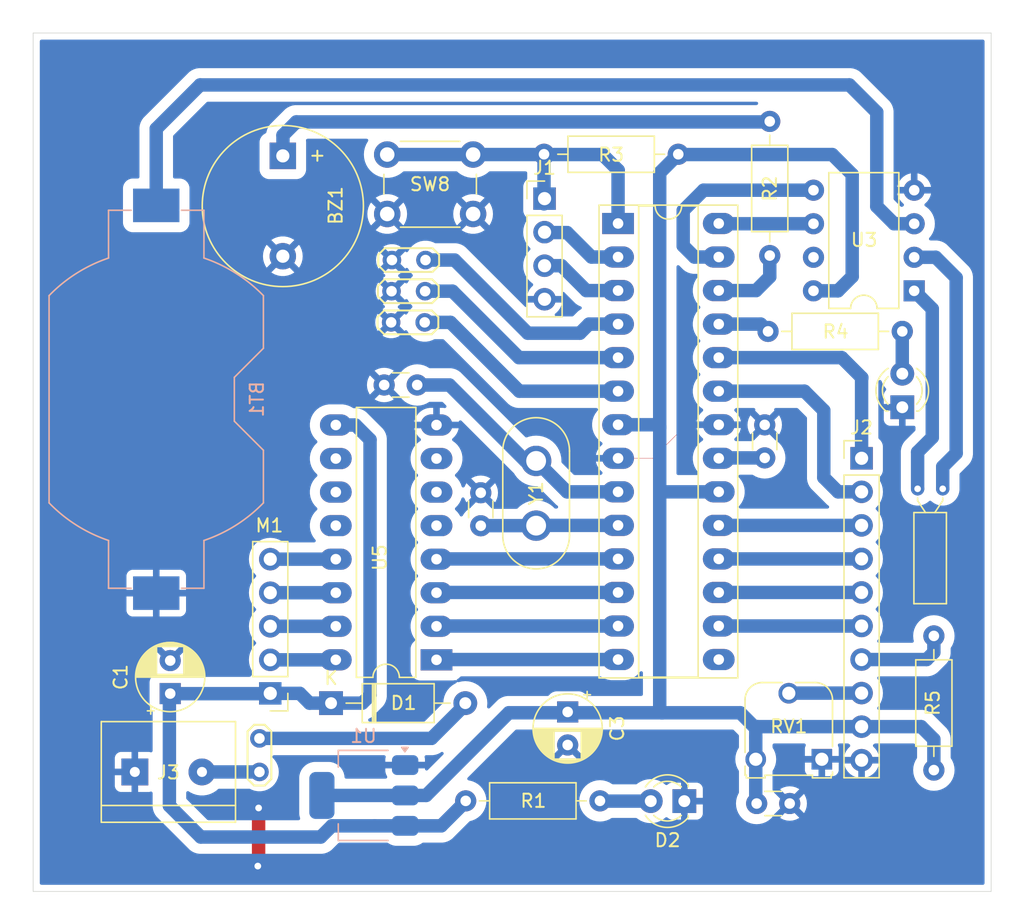
<source format=kicad_pcb>
(kicad_pcb (version 20240108) (generator "pcbnew") (generator_version "8.0")
  (layers (0 "F.Cu" signal) (31 "B.Cu" signal) (34 "B.Paste" user) (35 "F.Paste" user) (36 "B.SilkS" user "B.Silkscreen") (37 "F.SilkS" user "F.Silkscreen") (38 "B.Mask" user) (39 "F.Mask" user) (44 "Edge.Cuts" user))
  (net 0 "")
  (net 1 "Net-(BT1-+)")
  (net 2 "GND")
  (net 3 "Net-(BZ1-+)")
  (net 4 "+12V")
  (net 5 "Net-(U2-AREF)")
  (net 6 "+5V")
  (net 7 "Net-(U2-XTAL1{slash}PB6)")
  (net 8 "Net-(U2-XTAL2{slash}PB7)")
  (net 9 "Net-(U3-X1)")
  (net 10 "Net-(U3-X2)")
  (net 11 "Net-(D1-A)")
  (net 12 "Net-(D2-A)")
  (net 13 "Net-(D3-A)")
  (net 14 "/D4")
  (net 15 "/E")
  (net 16 "/RS")
  (net 17 "/D7")
  (net 18 "/D6")
  (net 19 "/D5")
  (net 20 "/Rx")
  (net 21 "/Tx")
  (net 22 "/Reset")
  (net 23 "Net-(J3-Pin_2)")
  (net 24 "Net-(M1--)")
  (net 25 "Net-(U5-O4)")
  (net 26 "Net-(U5-O1)")
  (net 27 "Net-(U5-O3)")
  (net 28 "/Buzzer")
  (net 29 "/Indicator")
  (net 30 "/button1")
  (net 31 "/button2")
  (net 32 "/button3")
  (net 33 "/IN3")
  (net 34 "/SDA")
  (net 35 "/Backlight")
  (net 36 "/IN4")
  (net 37 "/IN1")
  (net 38 "/SCL")
  (net 39 "/IN2")
  (net 47 "Net-(J2-Pin_8)")
  (net 48 "Net-(J2-Pin_7)")
  (footprint "Connector_PinHeader_2.54mm:PinHeader_1x05_P2.54mm_Vertical" (layer "F.Cu") (at 130.443292 117.502 180)
    (property "Reference" "M1" (at 0.07 12.71 180) (layer "F.SilkS"))
    (property "Value" "Stepper_Motor")
    (pad "1" thru_hole rect (at 0 0 180) (size 1.7 1.7) (drill 1) (layers "*.Cu" "*.Mask") (net 4 "+12V"))
    (pad "2" thru_hole oval (at 0 2.54 180) (size 1.7 1.7) (drill 1) (layers "*.Cu" "*.Mask") (net 26 "Net-(U5-O1)"))
    (pad "3" thru_hole oval (at 0 5.08 180) (size 1.7 1.7) (drill 1) (layers "*.Cu" "*.Mask") (net 24 "Net-(M1--)"))
    (pad "4" thru_hole oval (at 0 7.62 180) (size 1.7 1.7) (drill 1) (layers "*.Cu" "*.Mask") (net 27 "Net-(U5-O3)"))
    (pad "5" thru_hole oval (at 0 10.16 180) (size 1.7 1.7) (drill 1) (layers "*.Cu" "*.Mask") (net 25 "Net-(U5-O4)"))
  )
  (footprint "Resistor_THT:R_Axial_DIN0207_L6.3mm_D2.5mm_P10.16mm_Horizontal" (layer "F.Cu") (at 151.16 76.68)
    (property "Reference" "R3" (at 5.08 0.04 0) (layer "F.SilkS"))
    (property "Value" "10k")
    (pad "1" thru_hole circle (at 0 0) (size 1.6 1.6) (drill 0.8) (layers "*.Cu" "*.Mask") (net 22 "/Reset"))
    (pad "2" thru_hole oval (at 10.16 0) (size 1.6 1.6) (drill 0.8) (layers "*.Cu" "*.Mask") (net 6 "+5V"))
  )
  (footprint "LED_THT:LED_D3.0mm" (layer "F.Cu") (at 161.778292 125.662 180)
    (property "Reference" "D2" (at 1.27 -2.96 180) (layer "F.SilkS"))
    (property "Value" "Power")
    (pad "1" thru_hole rect (at 0 0 180) (size 1.8 1.8) (drill 0.9) (layers "*.Cu" "*.Mask") (net 2 "GND"))
    (pad "2" thru_hole circle (at 2.54 0 180) (size 1.8 1.8) (drill 0.9) (layers "*.Cu" "*.Mask") (net 12 "Net-(D2-A)"))
  )
  (footprint "LED_THT:LED_D3.0mm" (layer "F.Cu") (at 178.273292 95.837 90)
    (property "Reference" "D3" (hide yes))
    (property "Value" "Ind.")
    (pad "1" thru_hole rect (at 0 0 90) (size 1.8 1.8) (drill 0.9) (layers "*.Cu" "*.Mask") (net 2 "GND"))
    (pad "2" thru_hole circle (at 2.54 0 90) (size 1.8 1.8) (drill 0.9) (layers "*.Cu" "*.Mask") (net 13 "Net-(D3-A)"))
  )
  (footprint "Resistor_THT:R_Axial_DIN0207_L6.3mm_D2.5mm_P10.16mm_Horizontal" (layer "F.Cu") (at 180.663292 113.152 -90)
    (property "Reference" "R5" (at 5.08 0.08 90) (layer "F.SilkS"))
    (property "Value" "220")
    (pad "1" thru_hole circle (at 0 0 270) (size 1.6 1.6) (drill 0.8) (layers "*.Cu" "*.Mask") (net 48 "Net-(J2-Pin_7)"))
    (pad "2" thru_hole oval (at 10.16 0 270) (size 1.6 1.6) (drill 0.8) (layers "*.Cu" "*.Mask") (net 6 "+5V"))
  )
  (footprint "Capacitor_THT:C_Disc_D3.0mm_W1.6mm_P2.50mm" (layer "F.Cu") (at 141.563292 94.152 180)
    (property "Reference" "C4" (hide yes))
    (property "Value" "22pF")
    (pad "1" thru_hole circle (at 0 0 180) (size 1.6 1.6) (drill 0.8) (layers "*.Cu" "*.Mask") (net 7 "Net-(U2-XTAL1{slash}PB6)"))
    (pad "2" thru_hole circle (at 2.5 0 180) (size 1.6 1.6) (drill 0.8) (layers "*.Cu" "*.Mask") (net 2 "GND"))
  )
  (footprint "Package_DIP:DIP-28_W7.62mm_Socket_LongPads" (layer "F.Cu") (at 156.763292 81.922)
    (property "Reference" "U2" (hide yes))
    (property "Value" "ATmega328P-P")
    (pad "1" thru_hole rect (at 0 0) (size 2.4 1.6) (drill 0.8) (layers "*.Cu" "*.Mask") (net 22 "/Reset"))
    (pad "2" thru_hole oval (at 0 2.54) (size 2.4 1.6) (drill 0.8) (layers "*.Cu" "*.Mask") (net 20 "/Rx"))
    (pad "3" thru_hole oval (at 0 5.08) (size 2.4 1.6) (drill 0.8) (layers "*.Cu" "*.Mask") (net 21 "/Tx"))
    (pad "4" thru_hole oval (at 0 7.62) (size 2.4 1.6) (drill 0.8) (layers "*.Cu" "*.Mask") (net 30 "/button1"))
    (pad "5" thru_hole oval (at 0 10.16) (size 2.4 1.6) (drill 0.8) (layers "*.Cu" "*.Mask") (net 31 "/button2"))
    (pad "6" thru_hole oval (at 0 12.7) (size 2.4 1.6) (drill 0.8) (layers "*.Cu" "*.Mask") (net 32 "/button3"))
    (pad "7" thru_hole oval (at 0 15.24) (size 2.4 1.6) (drill 0.8) (layers "*.Cu" "*.Mask") (net 6 "+5V"))
    (pad "8" thru_hole oval (at 0 17.78) (size 2.4 1.6) (drill 0.8) (layers "*.Cu" "*.Mask") (net 2 "GND"))
    (pad "9" thru_hole oval (at 0 20.32) (size 2.4 1.6) (drill 0.8) (layers "*.Cu" "*.Mask") (net 7 "Net-(U2-XTAL1{slash}PB6)"))
    (pad "10" thru_hole oval (at 0 22.86) (size 2.4 1.6) (drill 0.8) (layers "*.Cu" "*.Mask") (net 8 "Net-(U2-XTAL2{slash}PB7)"))
    (pad "11" thru_hole oval (at 0 25.4) (size 2.4 1.6) (drill 0.8) (layers "*.Cu" "*.Mask") (net 36 "/IN4"))
    (pad "12" thru_hole oval (at 0 27.94) (size 2.4 1.6) (drill 0.8) (layers "*.Cu" "*.Mask") (net 33 "/IN3"))
    (pad "13" thru_hole oval (at 0 30.48) (size 2.4 1.6) (drill 0.8) (layers "*.Cu" "*.Mask") (net 39 "/IN2"))
    (pad "14" thru_hole oval (at 0 33.02) (size 2.4 1.6) (drill 0.8) (layers "*.Cu" "*.Mask") (net 37 "/IN1"))
    (pad "15" thru_hole oval (at 7.62 33.02) (size 2.4 1.6) (drill 0.8) (layers "*.Cu" "*.Mask") (net 35 "/Backlight"))
    (pad "16" thru_hole oval (at 7.62 30.48) (size 2.4 1.6) (drill 0.8) (layers "*.Cu" "*.Mask") (net 17 "/D7"))
    (pad "17" thru_hole oval (at 7.62 27.94) (size 2.4 1.6) (drill 0.8) (layers "*.Cu" "*.Mask") (net 18 "/D6"))
    (pad "18" thru_hole oval (at 7.62 25.4) (size 2.4 1.6) (drill 0.8) (layers "*.Cu" "*.Mask") (net 19 "/D5"))
    (pad "19" thru_hole oval (at 7.62 22.86) (size 2.4 1.6) (drill 0.8) (layers "*.Cu" "*.Mask") (net 14 "/D4"))
    (pad "20" thru_hole oval (at 7.62 20.32) (size 2.4 1.6) (drill 0.8) (layers "*.Cu" "*.Mask") (net 6 "+5V"))
    (pad "21" thru_hole oval (at 7.62 17.78) (size 2.4 1.6) (drill 0.8) (layers "*.Cu" "*.Mask") (net 5 "Net-(U2-AREF)"))
    (pad "22" thru_hole oval (at 7.62 15.24) (size 2.4 1.6) (drill 0.8) (layers "*.Cu" "*.Mask") (net 2 "GND"))
    (pad "23" thru_hole oval (at 7.62 12.7) (size 2.4 1.6) (drill 0.8) (layers "*.Cu" "*.Mask") (net 15 "/E"))
    (pad "24" thru_hole oval (at 7.62 10.16) (size 2.4 1.6) (drill 0.8) (layers "*.Cu" "*.Mask") (net 16 "/RS"))
    (pad "25" thru_hole oval (at 7.62 7.62) (size 2.4 1.6) (drill 0.8) (layers "*.Cu" "*.Mask") (net 29 "/Indicator"))
    (pad "26" thru_hole oval (at 7.62 5.08) (size 2.4 1.6) (drill 0.8) (layers "*.Cu" "*.Mask") (net 28 "/Buzzer"))
    (pad "27" thru_hole oval (at 7.62 2.54) (size 2.4 1.6) (drill 0.8) (layers "*.Cu" "*.Mask") (net 34 "/SDA"))
    (pad "28" thru_hole oval (at 7.62 0) (size 2.4 1.6) (drill 0.8) (layers "*.Cu" "*.Mask") (net 38 "/SCL"))
  )
  (footprint "Crystal:Crystal_HC50_Vertical" (layer "F.Cu") (at 150.563292 104.802 90)
    (property "Reference" "Y1" (at 2.45 0 -90) (layer "F.SilkS"))
    (property "Value" "16MHz")
    (pad "1" thru_hole circle (at 0 0 90) (size 2.3 2.3) (drill 1.5) (layers "*.Cu" "*.Mask") (net 8 "Net-(U2-XTAL2{slash}PB7)"))
    (pad "2" thru_hole circle (at 4.9 0 90) (size 2.3 2.3) (drill 1.5) (layers "*.Cu" "*.Mask") (net 7 "Net-(U2-XTAL1{slash}PB6)"))
  )
  (footprint "Resistor_THT:R_Axial_DIN0207_L6.3mm_D2.5mm_P10.16mm_Horizontal" (layer "F.Cu") (at 168.243292 84.352 90)
    (property "Reference" "R2" (at 5.07 0.01 -90) (layer "F.SilkS"))
    (property "Value" "100")
    (pad "1" thru_hole circle (at 0 0 90) (size 1.6 1.6) (drill 0.8) (layers "*.Cu" "*.Mask") (net 28 "/Buzzer"))
    (pad "2" thru_hole oval (at 10.16 0 90) (size 1.6 1.6) (drill 0.8) (layers "*.Cu" "*.Mask") (net 3 "Net-(BZ1-+)"))
  )
  (footprint "Capacitor_THT:C_Disc_D3.0mm_W1.6mm_P2.50mm" (layer "F.Cu") (at 167.253292 125.842)
    (property "Reference" "C6" (hide yes))
    (property "Value" "100nF")
    (pad "1" thru_hole circle (at 0 0) (size 1.6 1.6) (drill 0.8) (layers "*.Cu" "*.Mask") (net 6 "+5V"))
    (pad "2" thru_hole circle (at 2.5 0) (size 1.6 1.6) (drill 0.8) (layers "*.Cu" "*.Mask") (net 2 "GND"))
  )
  (footprint "TestPoint:TestPoint_2Pads_Pitch2.54mm_Drill0.8mm" (layer "F.Cu") (at 139.62 87.05)
    (property "Reference" "SW6" (hide yes))
    (property "Value" "SW_Push" (hide yes))
    (pad "1" thru_hole circle (at 0 0) (size 1.4 1.4) (drill 0.8) (layers "*.Cu" "*.Mask") (net 2 "GND"))
    (pad "2" thru_hole circle (at 2.54 0) (size 1.4 1.4) (drill 0.8) (layers "*.Cu" "*.Mask") (net 31 "/button2"))
  )
  (footprint "Connector_PinHeader_2.54mm:PinHeader_1x10_P2.54mm_Vertical" (layer "F.Cu") (at 175.193292 99.702)
    (property "Reference" "J2" (at 0 -2.33 0) (layer "F.SilkS"))
    (property "Value" "Display")
    (pad "1" thru_hole rect (at 0 0) (size 1.7 1.7) (drill 1) (layers "*.Cu" "*.Mask") (net 16 "/RS"))
    (pad "2" thru_hole oval (at 0 2.54) (size 1.7 1.7) (drill 1) (layers "*.Cu" "*.Mask") (net 15 "/E"))
    (pad "3" thru_hole oval (at 0 5.08) (size 1.7 1.7) (drill 1) (layers "*.Cu" "*.Mask") (net 14 "/D4"))
    (pad "4" thru_hole oval (at 0 7.62) (size 1.7 1.7) (drill 1) (layers "*.Cu" "*.Mask") (net 19 "/D5"))
    (pad "5" thru_hole oval (at 0 10.16) (size 1.7 1.7) (drill 1) (layers "*.Cu" "*.Mask") (net 18 "/D6"))
    (pad "6" thru_hole oval (at 0 12.7) (size 1.7 1.7) (drill 1) (layers "*.Cu" "*.Mask") (net 17 "/D7"))
    (pad "7" thru_hole oval (at 0 15.24) (size 1.7 1.7) (drill 1) (layers "*.Cu" "*.Mask") (net 48 "Net-(J2-Pin_7)"))
    (pad "8" thru_hole oval (at 0 17.78) (size 1.7 1.7) (drill 1) (layers "*.Cu" "*.Mask") (net 47 "Net-(J2-Pin_8)"))
    (pad "9" thru_hole oval (at 0 20.32) (size 1.7 1.7) (drill 1) (layers "*.Cu" "*.Mask") (net 6 "+5V"))
    (pad "10" thru_hole oval (at 0 22.86) (size 1.7 1.7) (drill 1) (layers "*.Cu" "*.Mask") (net 2 "GND"))
  )
  (footprint "Potentiometer_THT:Potentiometer_Runtron_RM-065_Vertical" (layer "F.Cu") (at 172.183292 122.492 180)
    (property "Reference" "RV1" (at 2.5 2.49 180) (layer "F.SilkS"))
    (property "Value" "1k")
    (pad "1" thru_hole rect (at 0 0 180) (size 1.56 1.56) (drill 1) (layers "*.Cu" "*.Mask") (net 2 "GND"))
    (pad "2" thru_hole circle (at 2.5 5 180) (size 1.56 1.56) (drill 1) (layers "*.Cu" "*.Mask") (net 47 "Net-(J2-Pin_8)"))
    (pad "3" thru_hole circle (at 5 0 180) (size 1.56 1.56) (drill 1) (layers "*.Cu" "*.Mask") (net 6 "+5V"))
  )
  (footprint "TestPoint:TestPoint_2Pads_Pitch2.54mm_Drill0.8mm" (layer "F.Cu") (at 129.623292 123.452 90)
    (property "Reference" "SW1" (hide yes))
    (property "Value" "Switch" (hide yes))
    (pad "1" thru_hole circle (at 0 0 90) (size 1.4 1.4) (drill 0.8) (layers "*.Cu" "*.Mask") (net 23 "Net-(J3-Pin_2)"))
    (pad "2" thru_hole circle (at 2.54 0 90) (size 1.4 1.4) (drill 0.8) (layers "*.Cu" "*.Mask") (net 11 "Net-(D1-A)"))
  )
  (footprint "Buzzer_Beeper:Buzzer_12x9.5RM7.6" (layer "F.Cu") (at 131.393292 76.802 -90)
    (property "Reference" "BZ1" (at 3.76 -4 90) (layer "F.SilkS"))
    (property "Value" "Buzzer")
    (fp_text user "+" (at -0.01 -2.54 90) (layer "F.SilkS"))
    (pad "1" thru_hole rect (at 0 0 270) (size 2 2) (drill 1) (layers "*.Cu" "*.Mask") (net 3 "Net-(BZ1-+)"))
    (pad "2" thru_hole circle (at 7.6 0 270) (size 2 2) (drill 1) (layers "*.Cu" "*.Mask") (net 2 "GND"))
  )
  (footprint "Capacitor_THT:CP_Radial_D5.0mm_P2.50mm" (layer "F.Cu") (at 152.95 118.91 -90)
    (property "Reference" "C3" (at 1.25 -3.75 90) (layer "F.SilkS"))
    (property "Value" "100uF")
    (pad "1" thru_hole rect (at 0 0 270) (size 1.6 1.6) (drill 0.8) (layers "*.Cu" "*.Mask") (net 6 "+5V"))
    (pad "2" thru_hole circle (at 2.5 0 270) (size 1.6 1.6) (drill 0.8) (layers "*.Cu" "*.Mask") (net 2 "GND"))
  )
  (footprint "TestPoint:TestPoint_2Pads_Pitch2.54mm_Drill0.8mm" (layer "F.Cu") (at 139.59 89.41)
    (property "Reference" "SW7" (hide yes))
    (property "Value" "SW_Push" (hide yes))
    (pad "1" thru_hole circle (at 0 0) (size 1.4 1.4) (drill 0.8) (layers "*.Cu" "*.Mask") (net 2 "GND"))
    (pad "2" thru_hole circle (at 2.54 0) (size 1.4 1.4) (drill 0.8) (layers "*.Cu" "*.Mask") (net 32 "/button3"))
  )
  (footprint "Button_Switch_THT:SW_PUSH_6mm" (layer "F.Cu") (at 139.293292 76.702)
    (property "Reference" "SW8" (at 3.24 2.25 0) (layer "F.SilkS"))
    (property "Value" "Reset")
    (pad "1" thru_hole circle (at 0 0 90) (size 2 2) (drill 1.1) (layers "*.Cu" "*.Mask") (net 22 "/Reset"))
    (pad "1" thru_hole circle (at 6.5 0 90) (size 2 2) (drill 1.1) (layers "*.Cu" "*.Mask") (net 22 "/Reset"))
    (pad "2" thru_hole circle (at 0 4.5 90) (size 2 2) (drill 1.1) (layers "*.Cu" "*.Mask") (net 2 "GND"))
    (pad "2" thru_hole circle (at 6.5 4.5 90) (size 2 2) (drill 1.1) (layers "*.Cu" "*.Mask") (net 2 "GND"))
  )
  (footprint "Package_DIP:DIP-16_W7.62mm_LongPads" (layer "F.Cu") (at 143.023292 114.962 180)
    (property "Reference" "U5" (at 4.29 7.74 -90) (layer "F.SilkS"))
    (property "Value" "ULN2003")
    (pad "1" thru_hole rect (at 0 0 180) (size 2.4 1.6) (drill 0.8) (layers "*.Cu" "*.Mask") (net 37 "/IN1"))
    (pad "2" thru_hole oval (at 0 2.54 180) (size 2.4 1.6) (drill 0.8) (layers "*.Cu" "*.Mask") (net 39 "/IN2"))
    (pad "3" thru_hole oval (at 0 5.08 180) (size 2.4 1.6) (drill 0.8) (layers "*.Cu" "*.Mask") (net 33 "/IN3"))
    (pad "4" thru_hole oval (at 0 7.62 180) (size 2.4 1.6) (drill 0.8) (layers "*.Cu" "*.Mask") (net 36 "/IN4"))
    (pad "5" thru_hole oval (at 0 10.16 180) (size 2.4 1.6) (drill 0.8) (layers "*.Cu" "*.Mask"))
    (pad "6" thru_hole oval (at 0 12.7 180) (size 2.4 1.6) (drill 0.8) (layers "*.Cu" "*.Mask"))
    (pad "7" thru_hole oval (at 0 15.24 180) (size 2.4 1.6) (drill 0.8) (layers "*.Cu" "*.Mask"))
    (pad "8" thru_hole oval (at 0 17.78 180) (size 2.4 1.6) (drill 0.8) (layers "*.Cu" "*.Mask") (net 2 "GND"))
    (pad "9" thru_hole oval (at 7.62 17.78 180) (size 2.4 1.6) (drill 0.8) (layers "*.Cu" "*.Mask") (net 4 "+12V"))
    (pad "10" thru_hole oval (at 7.62 15.24 180) (size 2.4 1.6) (drill 0.8) (layers "*.Cu" "*.Mask"))
    (pad "11" thru_hole oval (at 7.62 12.7 180) (size 2.4 1.6) (drill 0.8) (layers "*.Cu" "*.Mask"))
    (pad "12" thru_hole oval (at 7.62 10.16 180) (size 2.4 1.6) (drill 0.8) (layers "*.Cu" "*.Mask"))
    (pad "13" thru_hole oval (at 7.62 7.62 180) (size 2.4 1.6) (drill 0.8) (layers "*.Cu" "*.Mask") (net 25 "Net-(U5-O4)"))
    (pad "14" thru_hole oval (at 7.62 5.08 180) (size 2.4 1.6) (drill 0.8) (layers "*.Cu" "*.Mask") (net 27 "Net-(U5-O3)"))
    (pad "15" thru_hole oval (at 7.62 2.54 180) (size 2.4 1.6) (drill 0.8) (layers "*.Cu" "*.Mask") (net 24 "Net-(M1--)"))
    (pad "16" thru_hole oval (at 7.62 0 180) (size 2.4 1.6) (drill 0.8) (layers "*.Cu" "*.Mask") (net 26 "Net-(U5-O1)"))
  )
  (footprint "Package_DIP:DIP-8_W7.62mm" (layer "F.Cu") (at 179.173292 87.022 180)
    (property "Reference" "U3" (at 3.79 3.85 180) (layer "F.SilkS"))
    (property "Value" "DS1307+")
    (pad "1" thru_hole rect (at 0 0 180) (size 1.6 1.6) (drill 0.8) (layers "*.Cu" "*.Mask") (net 9 "Net-(U3-X1)"))
    (pad "2" thru_hole oval (at 0 2.54 180) (size 1.6 1.6) (drill 0.8) (layers "*.Cu" "*.Mask") (net 10 "Net-(U3-X2)"))
    (pad "3" thru_hole oval (at 0 5.08 180) (size 1.6 1.6) (drill 0.8) (layers "*.Cu" "*.Mask") (net 1 "Net-(BT1-+)"))
    (pad "4" thru_hole oval (at 0 7.62 180) (size 1.6 1.6) (drill 0.8) (layers "*.Cu" "*.Mask") (net 2 "GND"))
    (pad "5" thru_hole oval (at 7.62 7.62 180) (size 1.6 1.6) (drill 0.8) (layers "*.Cu" "*.Mask") (net 34 "/SDA"))
    (pad "6" thru_hole oval (at 7.62 5.08 180) (size 1.6 1.6) (drill 0.8) (layers "*.Cu" "*.Mask") (net 38 "/SCL"))
    (pad "7" thru_hole oval (at 7.62 2.54 180) (size 1.6 1.6) (drill 0.8) (layers "*.Cu" "*.Mask"))
    (pad "8" thru_hole oval (at 7.62 0 180) (size 1.6 1.6) (drill 0.8) (layers "*.Cu" "*.Mask") (net 6 "+5V"))
  )
  (footprint "Crystal:Crystal_C26-LF_D2.1mm_L6.5mm_Horizontal" (layer "F.Cu") (at 179.433292 102.012)
    (property "Reference" "Y2" (hide yes))
    (property "Value" "32.768kHz")
    (pad "1" thru_hole circle (at 0 0) (size 1 1) (drill 0.5) (layers "*.Cu" "*.Mask") (net 9 "Net-(U3-X1)"))
    (pad "2" thru_hole circle (at 1.9 0) (size 1 1) (drill 0.5) (layers "*.Cu" "*.Mask") (net 10 "Net-(U3-X2)"))
  )
  (footprint "Connector_PinHeader_2.54mm:PinHeader_1x04_P2.54mm_Vertical" (layer "F.Cu") (at 151.2 80.04)
    (property "Reference" "J1" (at 0 -2.33 0) (layer "F.SilkS"))
    (property "Value" "Program")
    (pad "1" thru_hole rect (at 0 0) (size 1.7 1.7) (drill 1) (layers "*.Cu" "*.Mask") (net 22 "/Reset"))
    (pad "2" thru_hole oval (at 0 2.54) (size 1.7 1.7) (drill 1) (layers "*.Cu" "*.Mask") (net 20 "/Rx"))
    (pad "3" thru_hole oval (at 0 5.08) (size 1.7 1.7) (drill 1) (layers "*.Cu" "*.Mask") (net 21 "/Tx"))
    (pad "4" thru_hole oval (at 0 7.62) (size 1.7 1.7) (drill 1) (layers "*.Cu" "*.Mask") (net 2 "GND"))
  )
  (footprint "Diode_THT:D_A-405_P10.16mm_Horizontal" (layer "F.Cu") (at 135.043292 118.242)
    (property "Reference" "D1" (at 5.49 -0.01 0) (layer "F.SilkS"))
    (property "Value" "1N4001")
    (fp_text user "K" (at 0 -1.9 0) (layer "F.SilkS"))
    (pad "1" thru_hole rect (at 0 0) (size 1.8 1.8) (drill 0.9) (layers "*.Cu" "*.Mask") (net 4 "+12V"))
    (pad "2" thru_hole oval (at 10.16 0) (size 1.8 1.8) (drill 0.9) (layers "*.Cu" "*.Mask") (net 11 "Net-(D1-A)"))
  )
  (footprint "Resistor_THT:R_Axial_DIN0207_L6.3mm_D2.5mm_P10.16mm_Horizontal" (layer "F.Cu") (at 168.113292 90.092)
    (property "Reference" "R4" (at 5.11 0.02 0) (layer "F.SilkS"))
    (property "Value" "220")
    (pad "1" thru_hole circle (at 0 0) (size 1.6 1.6) (drill 0.8) (layers "*.Cu" "*.Mask") (net 29 "/Indicator"))
    (pad "2" thru_hole oval (at 10.16 0) (size 1.6 1.6) (drill 0.8) (layers "*.Cu" "*.Mask") (net 13 "Net-(D3-A)"))
  )
  (footprint "TerminalBlock:TerminalBlock_bornier-2_P5.08mm" (layer "F.Cu") (at 120.193292 123.452)
    (property "Reference" "J3" (at 2.54 0.04 0) (layer "F.SilkS"))
    (property "Value" "Power")
    (pad "1" thru_hole rect (at 0 0) (size 2.032 2.032) (drill 0.762) (layers "*.Cu" "*.Mask") (net 2 "GND"))
    (pad "2" thru_hole circle (at 5.08 0) (size 2.032 2.032) (drill 0.762) (layers "*.Cu" "*.Mask") (net 23 "Net-(J3-Pin_2)"))
  )
  (footprint "TestPoint:TestPoint_2Pads_Pitch2.54mm_Drill0.8mm" (layer "F.Cu") (at 139.65 84.69)
    (property "Reference" "SW5" (hide yes))
    (property "Value" "SW_Push" (hide yes))
    (pad "1" thru_hole circle (at 0 0) (size 1.4 1.4) (drill 0.8) (layers "*.Cu" "*.Mask") (net 2 "GND"))
    (pad "2" thru_hole circle (at 2.54 0) (size 1.4 1.4) (drill 0.8) (layers "*.Cu" "*.Mask") (net 30 "/button1"))
  )
  (footprint "Resistor_THT:R_Axial_DIN0207_L6.3mm_D2.5mm_P10.16mm_Horizontal" (layer "F.Cu") (at 145.233292 125.642)
    (property "Reference" "R1" (at 5.12 0 0) (layer "F.SilkS"))
    (property "Value" "1k")
    (pad "1" thru_hole circle (at 0 0) (size 1.6 1.6) (drill 0.8) (layers "*.Cu" "*.Mask") (net 4 "+12V"))
    (pad "2" thru_hole oval (at 10.16 0) (size 1.6 1.6) (drill 0.8) (layers "*.Cu" "*.Mask") (net 12 "Net-(D2-A)"))
  )
  (footprint "Capacitor_THT:C_Disc_D3.0mm_W1.6mm_P2.50mm" (layer "F.Cu") (at 146.373292 102.312 -90)
    (property "Reference" "C5" (hide yes))
    (property "Value" "22pF")
    (pad "1" thru_hole circle (at 0 0 270) (size 1.6 1.6) (drill 0.8) (layers "*.Cu" "*.Mask") (net 2 "GND"))
    (pad "2" thru_hole circle (at 2.5 0 270) (size 1.6 1.6) (drill 0.8) (layers "*.Cu" "*.Mask") (net 8 "Net-(U2-XTAL2{slash}PB7)"))
  )
  (footprint "Capacitor_THT:C_Disc_D3.0mm_W1.6mm_P2.50mm" (layer "F.Cu") (at 167.863292 99.672 90)
    (property "Reference" "C2" (hide yes))
    (property "Value" "100nF")
    (pad "1" thru_hole circle (at 0 0 90) (size 1.6 1.6) (drill 0.8) (layers "*.Cu" "*.Mask") (net 5 "Net-(U2-AREF)"))
    (pad "2" thru_hole circle (at 2.5 0 90) (size 1.6 1.6) (drill 0.8) (layers "*.Cu" "*.Mask") (net 2 "GND"))
  )
  (footprint "Capacitor_THT:CP_Radial_D5.0mm_P2.50mm" (layer "F.Cu") (at 122.87 117.52 90)
    (property "Reference" "C1" (at 1.25 -3.75 -90) (layer "F.SilkS"))
    (property "Value" "100uF")
    (pad "1" thru_hole rect (at 0 0 90) (size 1.6 1.6) (drill 0.8) (layers "*.Cu" "*.Mask") (net 4 "+12V"))
    (pad "2" thru_hole circle (at 2.5 0 90) (size 1.6 1.6) (drill 0.8) (layers "*.Cu" "*.Mask") (net 2 "GND"))
  )
  (footprint "Battery:BatteryHolder_Keystone_1058_1x2032" (layer "B.Cu") (at 121.813292 95.232 -90)
    (property "Reference" "BT1" (at 0 -7.62 90) (layer "B.SilkS") (effects (justify mirror)))
    (property "Value" "Battery_Cell")
    (pad "1" smd rect (at -14.68 0 270) (size 2.54 3.51) (layers "B.Cu" "B.Paste" "B.Mask") (net 1 "Net-(BT1-+)"))
    (pad "2" smd rect (at 14.68 0 270) (size 2.54 3.51) (layers "B.Cu" "B.Paste" "B.Mask") (net 2 "GND"))
  )
  (footprint "Package_TO_SOT_SMD:SOT-223-3_TabPin2" (layer "B.Cu") (at 137.5 125.232 180)
    (property "Reference" "U1" (at 0 4.5 180) (layer "B.SilkS") (effects (justify mirror)))
    (property "Value" "AMS1117-5.0")
    (pad "1" smd roundrect (at -3.15 2.3 180) (size 2 1.5) (layers "B.Cu" "B.Paste" "B.Mask") (net 2 "GND"))
    (pad "2" smd roundrect (at -3.15 0 180) (size 2 1.5) (layers "B.Cu" "B.Paste" "B.Mask") (net 6 "+5V"))
    (pad "2" smd roundrect (at 3.15 0 180) (size 1.905 3.556) (layers "B.Cu" "B.Paste" "B.Mask") (net 6 "+5V"))
    (pad "3" smd roundrect (at -3.15 -2.3 180) (size 2 1.5) (layers "B.Cu" "B.Paste" "B.Mask") (net 4 "+12V"))
  )
  (gr_line (start 112.5 132.5) (end 112.5 70) (stroke (width 0.05)) (layer "Edge.Cuts"))
  (gr_line (start 185 67.5) (end 185 132.5) (stroke (width 0.05)) (layer "Edge.Cuts"))
  (gr_line (start 185 132.5) (end 112.5 132.5) (stroke (width 0.05)) (layer "Edge.Cuts"))
  (gr_line (start 112.5 70) (end 112.5 67.5) (stroke (width 0.05)) (layer "Edge.Cuts"))
  (gr_line (start 112.5 67.5) (end 185 67.5) (stroke (width 0.05)) (layer "Edge.Cuts"))
  (segment (start 121.813292 74.752) (end 121.813292 80.552) (width 1.016) (layer "B.Cu") (net 1))
  (segment (start 179.173292 81.942) (end 177.653292 81.942) (width 1.016) (layer "B.Cu") (net 1))
  (segment (start 174.273292 71.432) (end 125.133292 71.432) (width 1.016) (layer "B.Cu") (net 1))
  (segment (start 177.653292 81.942) (end 176.343292 80.632) (width 1.016) (layer "B.Cu") (net 1))
  (segment (start 176.343292 80.632) (end 176.343292 73.502) (width 1.016) (layer "B.Cu") (net 1))
  (segment (start 125.133292 71.432) (end 121.813292 74.752) (width 1.016) (layer "B.Cu") (net 1))
  (segment (start 176.343292 73.502) (end 174.273292 71.432) (width 1.016) (layer "B.Cu") (net 1))
  (segment (start 161.942 97.162) (end 164.383292 97.162) (width 0.0254) (layer "F.Cu") (net 2))
  (segment (start 129.56 126.18) (end 129.56 130.52) (width 1.016) (layer "F.Cu") (net 2))
  (segment (start 156.763292 99.702) (end 159.398 99.702) (width 0.0254) (layer "F.Cu") (net 2))
  (segment (start 159.398 99.702) (end 161.94 97.16) (width 0.0254) (layer "F.Cu") (net 2))
  (segment (start 129.56 130.52) (end 129.5 130.58) (width 1.016) (layer "F.Cu") (net 2))
  (via (at 129.56 126.18) (size 1.524) (drill 0.508) (layers "F.Cu" "B.Cu") (net 2))
  (via (at 129.5 130.58) (size 1.524) (drill 0.508) (layers "F.Cu" "B.Cu") (net 2))
  (segment (start 168.043292 74.232) (end 132.413292 74.232) (width 1.016) (layer "B.Cu") (net 3))
  (segment (start 131.403292 75.242) (end 131.403292 76.792) (width 1.016) (layer "B.Cu") (net 3))
  (segment (start 131.403292 76.792) (end 131.393292 76.802) (width 1.016) (layer "B.Cu") (net 3))
  (segment (start 132.413292 74.232) (end 131.403292 75.242) (width 1.016) (layer "B.Cu") (net 3))
  (segment (start 168.293292 74.482) (end 168.043292 74.232) (width 1.016) (layer "B.Cu") (net 3))
  (segment (start 137.993292 117.652) (end 137.403292 118.242) (width 1.016) (layer "B.Cu") (net 4))
  (segment (start 135.403292 97.182) (end 136.883292 97.182) (width 1.016) (layer "B.Cu") (net 4))
  (segment (start 125.18 128.38) (end 134.26 128.38) (width 1.016) (layer "B.Cu") (net 4))
  (segment (start 145.233292 125.642) (end 145.233292 125.682) (width 1.016) (layer "B.Cu") (net 4))
  (segment (start 133.413292 118.242) (end 132.673292 117.502) (width 1.016) (layer "B.Cu") (net 4))
  (segment (start 130.420179 117.525113) (end 122.81 117.525113) (width 1.016) (layer "B.Cu") (net 4))
  (segment (start 135.108 127.532) (end 138.343292 127.532) (width 1.016) (layer "B.Cu") (net 4))
  (segment (start 132.673292 117.502) (end 130.443292 117.502) (width 1.016) (layer "B.Cu") (net 4))
  (segment (start 143.383292 127.532) (end 138.343292 127.532) (width 1.016) (layer "B.Cu") (net 4))
  (segment (start 130.443292 117.502) (end 130.420179 117.525113) (width 1.016) (layer "B.Cu") (net 4))
  (segment (start 136.883292 97.182) (end 137.993292 98.292) (width 1.016) (layer "B.Cu") (net 4))
  (segment (start 145.233292 125.682) (end 143.383292 127.532) (width 1.016) (layer "B.Cu") (net 4))
  (segment (start 137.993292 98.292) (end 137.993292 117.652) (width 1.016) (layer "B.Cu") (net 4))
  (segment (start 122.81 117.525113) (end 122.81 126.01) (width 1.016) (layer "B.Cu") (net 4))
  (segment (start 122.81 126.01) (end 125.18 128.38) (width 1.016) (layer "B.Cu") (net 4))
  (segment (start 134.26 128.38) (end 135.108 127.532) (width 1.016) (layer "B.Cu") (net 4))
  (segment (start 137.403292 118.242) (end 135.043292 118.242) (width 1.016) (layer "B.Cu") (net 4))
  (segment (start 135.043292 118.242) (end 133.413292 118.242) (width 1.016) (layer "B.Cu") (net 4))
  (segment (start 164.413292 99.672) (end 164.383292 99.702) (width 1.016) (layer "B.Cu") (net 5))
  (segment (start 167.863292 99.672) (end 164.413292 99.672) (width 1.016) (layer "B.Cu") (net 5))
  (segment (start 167.306584 120.022) (end 167.183292 120.145292) (width 1.016) (layer "B.Cu") (net 6))
  (segment (start 172.973292 76.702) (end 161.298 76.702) (width 1.016) (layer "B.Cu") (net 6))
  (segment (start 167.183292 120.822) (end 167.183292 122.492) (width 1.016) (layer "B.Cu") (net 6))
  (segment (start 160.09 118.97) (end 148.5 118.97) (width 1.016) (layer "B.Cu") (net 6))
  (segment (start 159.915292 102.26) (end 159.915292 118.795292) (width 1.016) (layer "B.Cu") (net 6))
  (segment (start 166.008 118.97) (end 167.183292 120.145292) (width 1.016) (layer "B.Cu") (net 6))
  (segment (start 180.663292 120.982) (end 180.663292 123.312) (width 1.016) (layer "B.Cu") (net 6))
  (segment (start 159.915292 97.35) (end 159.915292 102.26) (width 1.016) (layer "B.Cu") (net 6))
  (segment (start 167.183292 125.772) (end 167.253292 125.842) (width 1.016) (layer "B.Cu") (net 6))
  (segment (start 173.403292 87.022) (end 174.483292 85.942) (width 1.016) (layer "B.Cu") (net 6))
  (segment (start 174.483292 78.212) (end 172.973292 76.702) (width 1.016) (layer "B.Cu") (net 6))
  (segment (start 142.238 125.232) (end 134.35 125.232) (width 1.016) (layer "B.Cu") (net 6))
  (segment (start 167.183292 120.145292) (end 167.183292 120.822) (width 1.016) (layer "B.Cu") (net 6))
  (segment (start 161.298 76.702) (end 159.915292 78.084708) (width 1.016) (layer "B.Cu") (net 6))
  (segment (start 179.703292 120.022) (end 180.663292 120.982) (width 1.016) (layer "B.Cu") (net 6))
  (segment (start 148.5 118.97) (end 142.238 125.232) (width 1.016) (layer "B.Cu") (net 6))
  (segment (start 160.09 118.97) (end 166.008 118.97) (width 1.016) (layer "B.Cu") (net 6))
  (segment (start 175.193292 120.022) (end 167.306584 120.022) (width 1.016) (layer "B.Cu") (net 6))
  (segment (start 164.383292 102.242) (end 159.933292 102.242) (width 1.016) (layer "B.Cu") (net 6))
  (segment (start 171.553292 87.022) (end 173.403292 87.022) (width 1.016) (layer "B.Cu") (net 6))
  (segment (start 167.183292 122.492) (end 167.183292 125.772) (width 1.016) (layer "B.Cu") (net 6))
  (segment (start 174.483292 85.942) (end 174.483292 78.212) (width 1.016) (layer "B.Cu") (net 6))
  (segment (start 159.915292 118.795292) (end 160.09 118.97) (width 1.016) (layer "B.Cu") (net 6))
  (segment (start 175.193292 120.022) (end 179.703292 120.022) (width 1.016) (layer "B.Cu") (net 6))
  (segment (start 156.763292 97.162) (end 159.727292 97.162) (width 1.016) (layer "B.Cu") (net 6))
  (segment (start 159.727292 97.162) (end 159.915292 97.35) (width 1.016) (layer "B.Cu") (net 6))
  (segment (start 159.915292 78.084708) (end 159.915292 97.35) (width 1.016) (layer "B.Cu") (net 6))
  (segment (start 159.933292 102.242) (end 159.915292 102.26) (width 1.016) (layer "B.Cu") (net 6))
  (segment (start 156.763292 102.242) (end 152.903292 102.242) (width 1.016) (layer "B.Cu") (net 7))
  (segment (start 144.002 94.152) (end 149.752 99.902) (width 1.016) (layer "B.Cu") (net 7))
  (segment (start 149.752 99.902) (end 150.563292 99.902) (width 1.016) (layer "B.Cu") (net 7))
  (segment (start 152.903292 102.242) (end 150.563292 99.902) (width 1.016) (layer "B.Cu") (net 7))
  (segment (start 141.563292 94.152) (end 144.002 94.152) (width 1.016) (layer "B.Cu") (net 7))
  (segment (start 146.383292 104.802) (end 146.373292 104.812) (width 1.016) (layer "B.Cu") (net 8))
  (segment (start 150.583292 104.782) (end 150.563292 104.802) (width 1.016) (layer "B.Cu") (net 8))
  (segment (start 150.563292 104.802) (end 146.383292 104.802) (width 1.016) (layer "B.Cu") (net 8))
  (segment (start 156.763292 104.782) (end 150.583292 104.782) (width 1.016) (layer "B.Cu") (net 8))
  (segment (start 180.543292 98.122) (end 179.433292 99.232) (width 1.016) (layer "B.Cu") (net 9))
  (segment (start 180.543292 88.392) (end 180.543292 98.122) (width 1.016) (layer "B.Cu") (net 9))
  (segment (start 179.433292 99.232) (end 179.433292 102.012) (width 1.016) (layer "B.Cu") (net 9))
  (segment (start 179.173292 87.022) (end 180.543292 88.392) (width 1.016) (layer "B.Cu") (net 9))
  (segment (start 181.333292 102.012) (end 181.333292 100.342) (width 1.016) (layer "B.Cu") (net 10))
  (segment (start 182.351292 86.03) (end 180.803292 84.482) (width 1.016) (layer "B.Cu") (net 10))
  (segment (start 182.351292 99.324) (end 182.351292 86.03) (width 1.016) (layer "B.Cu") (net 10))
  (segment (start 180.803292 84.482) (end 179.173292 84.482) (width 1.016) (layer "B.Cu") (net 10))
  (segment (start 181.333292 100.342) (end 182.351292 99.324) (width 1.016) (layer "B.Cu") (net 10))
  (segment (start 129.623292 120.912) (end 142.643292 120.912) (width 1.016) (layer "B.Cu") (net 11))
  (segment (start 142.643292 120.912) (end 145.203292 118.352) (width 1.016) (layer "B.Cu") (net 11))
  (segment (start 145.203292 118.352) (end 145.203292 118.242) (width 1.016) (layer "B.Cu") (net 11))
  (segment (start 159.238292 125.662) (end 155.413292 125.662) (width 1.016) (layer "B.Cu") (net 12))
  (segment (start 155.413292 125.662) (end 155.393292 125.642) (width 1.016) (layer "B.Cu") (net 12))
  (segment (start 178.273292 90.092) (end 178.273292 93.297) (width 1.016) (layer "B.Cu") (net 13))
  (segment (start 164.383292 104.782) (end 175.193292 104.782) (width 1.016) (layer "B.Cu") (net 14))
  (segment (start 172.333292 96.082) (end 172.333292 101.162) (width 1.016) (layer "B.Cu") (net 15))
  (segment (start 172.333292 101.162) (end 173.413292 102.242) (width 1.016) (layer "B.Cu") (net 15))
  (segment (start 170.873292 94.622) (end 172.333292 96.082) (width 1.016) (layer "B.Cu") (net 15))
  (segment (start 173.413292 102.242) (end 175.193292 102.242) (width 1.016) (layer "B.Cu") (net 15))
  (segment (start 164.383292 94.622) (end 170.873292 94.622) (width 1.016) (layer "B.Cu") (net 15))
  (segment (start 164.383292 92.082) (end 173.693292 92.082) (width 1.016) (layer "B.Cu") (net 16))
  (segment (start 173.693292 92.082) (end 175.213292 93.602) (width 1.016) (layer "B.Cu") (net 16))
  (segment (start 175.213292 93.602) (end 175.193292 93.622) (width 1.016) (layer "B.Cu") (net 16))
  (segment (start 175.193292 93.622) (end 175.193292 99.702) (width 1.016) (layer "B.Cu") (net 16))
  (segment (start 164.383292 112.402) (end 175.193292 112.402) (width 1.016) (layer "B.Cu") (net 17))
  (segment (start 164.383292 109.862) (end 175.193292 109.862) (width 1.016) (layer "B.Cu") (net 18))
  (segment (start 164.383292 107.322) (end 175.193292 107.322) (width 1.016) (layer "B.Cu") (net 19))
  (segment (start 152.9 82.61) (end 151.53 82.61) (width 1.016) (layer "B.Cu") (net 20))
  (segment (start 156.763292 84.462) (end 154.752 84.462) (width 1.016) (layer "B.Cu") (net 20))
  (segment (start 154.752 84.462) (end 152.9 82.61) (width 1.016) (layer "B.Cu") (net 20))
  (segment (start 156.763292 87.002) (end 154.362 87.002) (width 1.016) (layer "B.Cu") (net 21))
  (segment (start 151.2 85.12) (end 151.16 85.16) (width 1.016) (layer "B.Cu") (net 21))
  (segment (start 152.48 85.12) (end 151.2 85.12) (width 1.016) (layer "B.Cu") (net 21))
  (segment (start 154.362 87.002) (end 152.48 85.12) (width 1.016) (layer "B.Cu") (net 21))
  (segment (start 156.773292 77.892) (end 156.763292 77.902) (width 1.016) (layer "B.Cu") (net 22))
  (segment (start 156.763292 77.902) (end 156.763292 81.922) (width 1.016) (layer "B.Cu") (net 22))
  (segment (start 145.793292 76.702) (end 139.293292 76.702) (width 1.016) (layer "B.Cu") (net 22))
  (segment (start 151.323292 76.702) (end 145.793292 76.702) (width 1.016) (layer "B.Cu") (net 22))
  (segment (start 155.583292 76.702) (end 156.773292 77.892) (width 1.016) (layer "B.Cu") (net 22))
  (segment (start 151.323292 76.702) (end 155.583292 76.702) (width 1.016) (layer "B.Cu") (net 22))
  (segment (start 151.16 80.44) (end 151.16 76.865292) (width 1.016) (layer "B.Cu") (net 22))
  (segment (start 151.16 76.865292) (end 151.323292 76.702) (width 1.016) (layer "B.Cu") (net 22))
  (segment (start 125.273292 123.452) (end 129.623292 123.452) (width 1.016) (layer "B.Cu") (net 23))
  (segment (start 135.403292 112.422) (end 130.443292 112.422) (width 1.016) (layer "B.Cu") (net 24))
  (segment (start 135.403292 107.342) (end 130.443292 107.342) (width 1.016) (layer "B.Cu") (net 25))
  (segment (start 135.403292 114.962) (end 130.443292 114.962) (width 1.016) (layer "B.Cu") (net 26))
  (segment (start 135.403292 109.882) (end 130.443292 109.882) (width 1.016) (layer "B.Cu") (net 27))
  (segment (start 168.243292 85.962) (end 168.243292 84.352) (width 1.016) (layer "B.Cu") (net 28))
  (segment (start 167.203292 87.002) (end 168.243292 85.962) (width 1.016) (layer "B.Cu") (net 28))
  (segment (start 164.383292 87.002) (end 167.203292 87.002) (width 1.016) (layer "B.Cu") (net 28))
  (segment (start 167.563292 89.542) (end 168.113292 90.092) (width 1.016) (layer "B.Cu") (net 29))
  (segment (start 164.383292 89.542) (end 167.563292 89.542) (width 1.016) (layer "B.Cu") (net 29))
  (segment (start 142.19 84.69) (end 144.388944 84.69) (width 1.016) (layer "B.Cu") (net 30))
  (segment (start 144.388944 84.69) (end 149.928944 90.23) (width 1.016) (layer "B.Cu") (net 30))
  (segment (start 153.875292 90.23) (end 154.563292 89.542) (width 1.016) (layer "B.Cu") (net 30))
  (segment (start 154.563292 89.542) (end 156.763292 89.542) (width 1.016) (layer "B.Cu") (net 30))
  (segment (start 149.928944 90.23) (end 153.875292 90.23) (width 1.016) (layer "B.Cu") (net 30))
  (segment (start 142.16 87.05) (end 144.234472 87.05) (width 1.016) (layer "B.Cu") (net 31))
  (segment (start 144.234472 87.05) (end 149.266472 92.082) (width 1.016) (layer "B.Cu") (net 31))
  (segment (start 149.266472 92.082) (end 156.763292 92.082) (width 1.016) (layer "B.Cu") (net 31))
  (segment (start 142.13 89.41) (end 144.08 89.41) (width 1.016) (layer "B.Cu") (net 32))
  (segment (start 149.292 94.622) (end 156.763292 94.622) (width 1.016) (layer "B.Cu") (net 32))
  (segment (start 144.08 89.41) (end 149.292 94.622) (width 1.016) (layer "B.Cu") (net 32))
  (segment (start 156.763292 109.862) (end 143.043292 109.862) (width 1.016) (layer "B.Cu") (net 33))
  (segment (start 143.043292 109.862) (end 143.023292 109.882) (width 1.016) (layer "B.Cu") (net 33))
  (segment (start 161.693292 83.612) (end 161.693292 80.942) (width 1.016) (layer "B.Cu") (net 34))
  (segment (start 163.233292 79.402) (end 171.553292 79.402) (width 1.016) (layer "B.Cu") (net 34))
  (segment (start 164.383292 84.462) (end 162.543292 84.462) (width 1.016) (layer "B.Cu") (net 34))
  (segment (start 162.543292 84.462) (end 161.693292 83.612) (width 1.016) (layer "B.Cu") (net 34))
  (segment (start 161.693292 80.942) (end 163.233292 79.402) (width 1.016) (layer "B.Cu") (net 34))
  (segment (start 143.043292 107.322) (end 143.023292 107.342) (width 1.016) (layer "B.Cu") (net 36))
  (segment (start 156.763292 107.322) (end 143.043292 107.322) (width 1.016) (layer "B.Cu") (net 36))
  (segment (start 156.763292 114.942) (end 143.043292 114.942) (width 1.016) (layer "B.Cu") (net 37))
  (segment (start 143.043292 114.942) (end 143.023292 114.962) (width 1.016) (layer "B.Cu") (net 37))
  (segment (start 164.403292 81.942) (end 164.383292 81.922) (width 1.016) (layer "B.Cu") (net 38))
  (segment (start 171.553292 81.942) (end 164.403292 81.942) (width 1.016) (layer "B.Cu") (net 38))
  (segment (start 156.763292 112.402) (end 143.043292 112.402) (width 1.016) (layer "B.Cu") (net 39))
  (segment (start 143.043292 112.402) (end 143.023292 112.422) (width 1.016) (layer "B.Cu") (net 39))
  (segment (start 169.693292 117.482) (end 169.683292 117.492) (width 1.016) (layer "B.Cu") (net 47))
  (segment (start 175.193292 117.482) (end 169.693292 117.482) (width 1.016) (layer "B.Cu") (net 47))
  (segment (start 180.663292 114.392) (end 180.663292 113.152) (width 1.016) (layer "B.Cu") (net 48))
  (segment (start 180.113292 114.942) (end 180.663292 114.392) (width 1.016) (layer "B.Cu") (net 48))
  (segment (start 175.193292 114.942) (end 180.113292 114.942) (width 1.016) (layer "B.Cu") (net 48))
  (zone (net 2) (net_name "GND") (layer "B.Cu") (connect_pads (clearance 0.5)) (min_thickness 0.25) (fill yes (thermal_gap 0.5) (thermal_bridge_width 0.5))
    (polygon (pts (xy 110 65) (xy 187.5 65) (xy 187.5 135) (xy 110 135)))
  )
)
</source>
